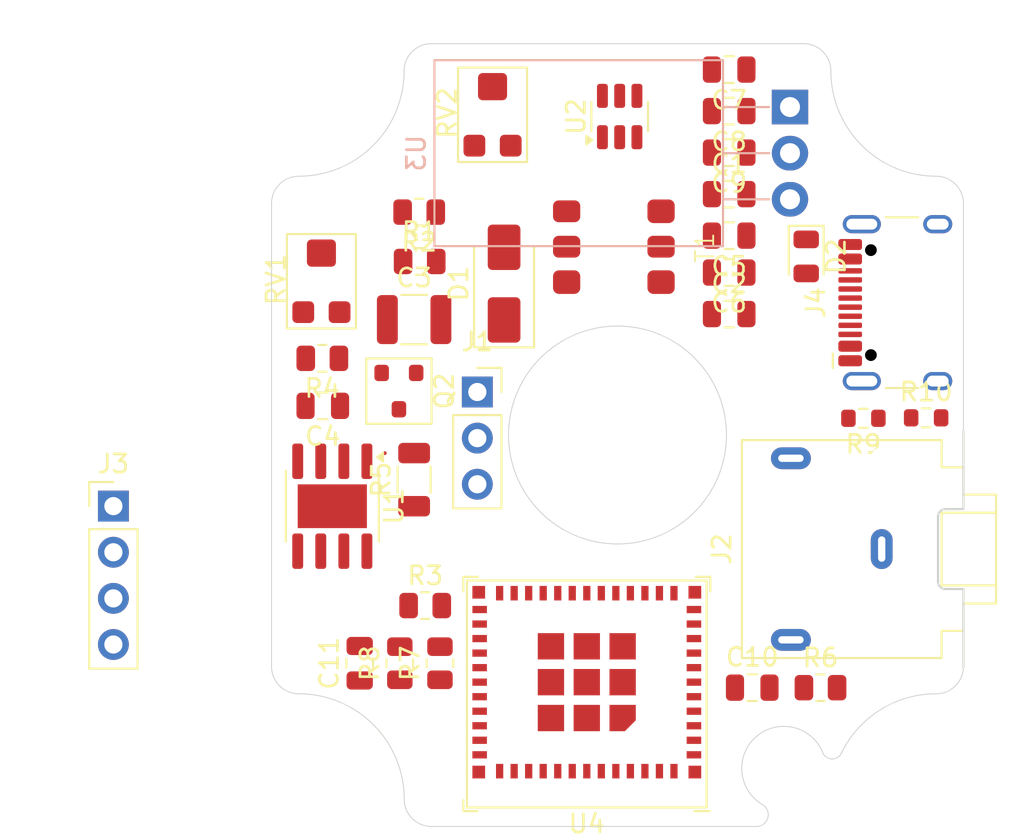
<source format=kicad_pcb>
(kicad_pcb (version 20240108) (generator "pcbnew") (generator_version "8.0")
  (layers (0 "F.Cu" signal) (31 "B.Cu" signal) (34 "B.Paste" user) (35 "F.Paste" user) (36 "B.SilkS" user "B.Silkscreen") (37 "F.SilkS" user "F.Silkscreen") (38 "B.Mask" user) (39 "F.Mask" user) (44 "Edge.Cuts" user))
  (net 0 "")
  (net 1 "GND")
  (net 2 "HV")
  (net 3 "Net-(U1A-+)")
  (net 4 "Net-(D1-A)")
  (net 5 "Net-(Q2-C)")
  (net 6 "Net-(J1-Pad3)")
  (net 7 "Net-(Q2-E)")
  (net 8 "Net-(Q2-B)")
  (net 9 "HVEN")
  (net 11 "Net-(T1-AB)")
  (net 12 "Net-(U2-FB)")
  (net 15 "Net-(U4-EN{slash}CHIP_PU)")
  (net 18 "BOOT")
  (net 22 "PWM")
  (net 26 "RX")
  (net 29 "TX")
  (net 32 "Net-(U4-GPIO8)")
  (net 37 "D+")
  (net 39 "D-")
  (net 41 "+3.3V")
  (net 42 "SIGNAL")
  (net 43 "VIN")
  (net 44 "+3V3")
  (net 45 "Net-(R2-Pad1)")
  (net 46 "Net-(R4-Pad2)")
  (net 50 "VBUS")
  (net 52 "Net-(J4-CC2)")
  (net 53 "Net-(J4-CC1)")
  (footprint "Capacitor_SMD:C_0805_2012Metric" (layer "F.Cu") (at 59.055 74.1172 90)
    (property "Reference" "C11" (at 0.000001 -1.68 90) (layer "F.SilkS"))
    (property "Value" "1u")
    (fp_line (start -0.261252 -0.735001) (end 0.261252 -0.734999) (stroke (width 0.12)) (layer "F.SilkS"))
    (fp_line (start -0.261252 0.734999) (end 0.261252 0.735001) (stroke (width 0.12)) (layer "F.SilkS"))
    (pad "1" smd roundrect (at -0.95 -0.000001 90) (size 1 1.45) (layers "F.Cu" "F.Paste" "F.Mask") (net 18 "BOOT"))
    (pad "2" smd roundrect (at 0.95 0.000001 90) (size 1 1.45) (layers "F.Cu" "F.Paste" "F.Mask") (net 1 "GND"))
  )
  (footprint "Resistor_SMD:R_0805_2012Metric" (layer "F.Cu") (at 63.4746 74.1172 90)
    (property "Reference" "R7" (at 0 -1.65 90) (layer "F.SilkS"))
    (property "Value" "10k")
    (fp_line (start -0.227064 -0.735) (end 0.227064 -0.735) (stroke (width 0.12)) (layer "F.SilkS"))
    (fp_line (start -0.227064 0.735) (end 0.227064 0.735) (stroke (width 0.12)) (layer "F.SilkS"))
    (pad "1" smd roundrect (at -0.9125 0 90) (size 1.025 1.4) (layers "F.Cu" "F.Paste" "F.Mask") (roundrect_rratio 0.243902) (net 32 "Net-(U4-GPIO8)"))
    (pad "2" smd roundrect (at 0.9125 0 90) (size 1.025 1.4) (layers "F.Cu" "F.Paste" "F.Mask") (roundrect_rratio 0.243902) (net 41 "+3.3V"))
  )
  (footprint "Resistor_SMD:R_0805_2012Metric" (layer "F.Cu") (at 61.2648 74.1172 90)
    (property "Reference" "R8" (at 0 -1.65 90) (layer "F.SilkS"))
    (property "Value" "10k")
    (fp_line (start -0.227064 -0.735) (end 0.227064 -0.735) (stroke (width 0.12)) (layer "F.SilkS"))
    (fp_line (start -0.227064 0.735) (end 0.227064 0.735) (stroke (width 0.12)) (layer "F.SilkS"))
    (pad "1" smd roundrect (at -0.9125 0 90) (size 1.025 1.4) (layers "F.Cu" "F.Paste" "F.Mask") (roundrect_rratio 0.243902) (net 18 "BOOT"))
    (pad "2" smd roundrect (at 0.9125 0 90) (size 1.025 1.4) (layers "F.Cu" "F.Paste" "F.Mask") (roundrect_rratio 0.243902) (net 41 "+3.3V"))
  )
  (footprint "Capacitor_SMD:C_0805_2012Metric" (layer "F.Cu") (at 79.4004 41.4274 180)
    (property "Reference" "C7" (at 0.000001 -1.68 360) (layer "F.SilkS"))
    (property "Value" "1u")
    (fp_line (start -0.261251 -0.734999) (end 0.261252 -0.735001) (stroke (width 0.12)) (layer "F.SilkS"))
    (fp_line (start -0.261252 0.735001) (end 0.261251 0.734999) (stroke (width 0.12)) (layer "F.SilkS"))
    (pad "1" smd roundrect (at -0.949997 0 180) (size 1 1.45) (layers "F.Cu" "F.Paste" "F.Mask") (net 44 "+3V3"))
    (pad "2" smd roundrect (at 0.949997 0 180) (size 1 1.45) (layers "F.Cu" "F.Paste" "F.Mask") (net 1 "GND"))
  )
  (footprint "Connector_Audio:Jack_3.5mm_CUI_SJ1-3523N_Horizontal" (layer "F.Cu") (at 87.8 67.83 90)
    (property "Reference" "J2" (at 0 -8.8 90) (layer "F.SilkS"))
    (property "Value" "AudioJack3")
    (fp_line (start -5.999999 -7.7) (end 6.000001 -7.699999) (stroke (width 0.12)) (layer "F.SilkS"))
    (fp_line (start 6.000001 -7.699999) (end 6 3.300001) (stroke (width 0.12)) (layer "F.SilkS"))
    (fp_line (start 4.5 3.3) (end 4.499999 4.5) (stroke (width 0.12)) (layer "F.SilkS"))
    (fp_line (start 2 3.3) (end -2.000001 3.3) (stroke (width 0.12)) (layer "F.SilkS"))
    (fp_line (start -2.000001 3.3) (end -1.999999 6.3) (stroke (width 0.12)) (layer "F.SilkS"))
    (fp_line (start -4.5 3.3) (end -5.999999 3.3) (stroke (width 0.12)) (layer "F.SilkS"))
    (fp_line (start -5.999999 3.3) (end -5.999999 -7.7) (stroke (width 0.12)) (layer "F.SilkS"))
    (fp_line (start 6 3.300001) (end 4.5 3.3) (stroke (width 0.12)) (layer "F.SilkS"))
    (fp_line (start -3 4.499999) (end -4.5 4.499999) (stroke (width 0.12)) (layer "F.SilkS"))
    (fp_line (start -4.5 4.499999) (end -4.5 3.3) (stroke (width 0.12)) (layer "F.SilkS"))
    (fp_line (start 4.499999 4.5) (end 2.999999 4.500001) (stroke (width 0.12)) (layer "F.SilkS"))
    (fp_line (start 2.999999 4.500001) (end 2.999999 6.300001) (stroke (width 0.12)) (layer "F.SilkS"))
    (fp_line (start -3 6.299999) (end -3 4.499999) (stroke (width 0.12)) (layer "F.SilkS"))
    (fp_line (start 2 6.3) (end 2 3.3) (stroke (width 0.12)) (layer "F.SilkS"))
    (fp_line (start 2.999999 6.300001) (end -3 6.299999) (stroke (width 0.12)) (layer "F.SilkS"))
    (fp_line (start 1.8 3.099999) (end -1.800001 3.1) (stroke (width 0.12)) (layer "Edge.Cuts"))
    (fp_line (start 2.2 3.5) (end 2.2 4.499999) (stroke (width 0.12)) (layer "Edge.Cuts"))
    (fp_line (start -2.2 3.5) (end -2.2 4.5) (stroke (width 0.12)) (layer "Edge.Cuts"))
    (fp_line (start 2.2 4.499999) (end 6.499999 4.5) (stroke (width 0.12)) (layer "Edge.Cuts"))
    (fp_line (start -2.2 4.5) (end -6.500001 4.5) (stroke (width 0.12)) (layer "Edge.Cuts"))
    (fp_arc (start 1.8 3.099999) (mid 2.082844 3.217156) (end 2.2 3.5) (stroke (width 0.12)) (layer "Edge.Cuts"))
    (fp_arc (start -2.2 3.5) (mid -2.082842 3.217159) (end -1.800001 3.1) (stroke (width 0.12)) (layer "Edge.Cuts"))
    (pad "" np_thru_hole circle (at -5 0 90) (size 1.2 1.2) (drill 1.2) (layers "F&B.Cu" "*.Mask"))
    (pad "" np_thru_hole circle (at -5 2.5 90) (size 1.2 1.2) (drill 1.2) (layers "F&B.Cu" "*.Mask"))
    (pad "" np_thru_hole circle (at 0 -5 90) (size 1.2 1.2) (drill 1.2) (layers "F&B.Cu" "*.Mask"))
    (pad "" np_thru_hole circle (at 5 0 90) (size 1.2 1.2) (drill 1.2) (layers "F&B.Cu" "*.Mask"))
    (pad "" np_thru_hole circle (at 5 2.5 90) (size 1.2 1.2) (drill 1.2) (layers "F&B.Cu" "*.Mask"))
    (pad "R" thru_hole oval (at -5.000001 -5 90) (size 1.2 2.2) (drill oval 0.4 1.4) (layers "*.Cu" "*.Mask") (net 42 "SIGNAL"))
    (pad "S" thru_hole oval (at 0 0 90) (size 2.2 1.2) (drill oval 1.4 0.4) (layers "*.Cu" "*.Mask") (net 1 "GND"))
    (pad "T" thru_hole oval (at 5 -5.000001 270) (size 1.2 2.2) (drill oval 0.4 1.4) (layers "*.Cu" "*.Mask") (net 41 "+3.3V"))
  )
  (footprint "Resistor_SMD:R_0805_2012Metric" (layer "F.Cu") (at 62.3316 49.276 180)
    (property "Reference" "R2" (at 0 -1.65 360) (layer "F.SilkS"))
    (property "Value" "5k")
    (fp_line (start -0.227064 0.735) (end 0.227064 0.735) (stroke (width 0.12)) (layer "F.SilkS"))
    (fp_line (start -0.227064 -0.735) (end 0.227064 -0.735) (stroke (width 0.12)) (layer "F.SilkS"))
    (pad "1" smd roundrect (at -0.9125 0 180) (size 1.025 1.4) (layers "F.Cu" "F.Paste" "F.Mask") (roundrect_rratio 0.243902) (net 45 "Net-(R2-Pad1)"))
    (pad "2" smd roundrect (at 0.9125 0 180) (size 1.025 1.4) (layers "F.Cu" "F.Paste" "F.Mask") (roundrect_rratio 0.243902) (net 1 "GND"))
  )
  (footprint "Capacitor_SMD:C_0805_2012Metric" (layer "F.Cu") (at 79.4004 54.8894)
    (property "Reference" "C2" (at 0.000001 -1.68 360) (layer "F.SilkS"))
    (property "Value" "10uF 16V")
    (fp_line (start -0.261251 0.734999) (end 0.26125 0.735) (stroke (width 0.12)) (layer "F.SilkS"))
    (fp_line (start -0.26125 -0.735) (end 0.261251 -0.734999) (stroke (width 0.12)) (layer "F.SilkS"))
    (pad "1" smd roundrect (at -0.949998 0.000001) (size 1 1.45) (layers "F.Cu" "F.Paste" "F.Mask") (net 41 "+3.3V"))
    (pad "2" smd roundrect (at 0.949998 -0.000001) (size 1 1.45) (layers "F.Cu" "F.Paste" "F.Mask") (net 1 "GND"))
  )
  (footprint "Capacitor_SMD:C_0805_2012Metric" (layer "F.Cu") (at 79.4004 52.6034 180)
    (property "Reference" "C6" (at -0.000001 -1.68 0) (layer "F.SilkS"))
    (property "Value" "1u")
    (fp_line (start -0.261251 0.735001) (end 0.261251 0.734999) (stroke (width 0.12)) (layer "F.SilkS"))
    (fp_line (start -0.261251 -0.734999) (end 0.261251 -0.735001) (stroke (width 0.12)) (layer "F.SilkS"))
    (pad "1" smd roundrect (at -0.949999 0.000001 180) (size 1 1.45) (layers "F.Cu" "F.Paste" "F.Mask") (net 43 "VIN"))
    (pad "2" smd roundrect (at 0.949999 -0.000001 180) (size 1 1.45) (layers "F.Cu" "F.Paste" "F.Mask") (net 1 "GND"))
  )
  (footprint "PCM_Potentiometer_SMD_AKL:Potentiometer_Bourns_TC33X_Vertical" (layer "F.Cu") (at 66.3702 43.8166 90)
    (property "Reference" "RV2" (at 0 -2.5 90) (layer "F.SilkS"))
    (property "Value" "10k" (hide yes))
    (fp_line (start 2.499999 -1.9) (end -2.7 -1.9) (stroke (width 0.12)) (layer "F.SilkS"))
    (fp_line (start -2.7 -1.9) (end -2.7 1.9) (stroke (width 0.12)) (layer "F.SilkS"))
    (fp_line (start 2.499999 1.9) (end 2.499999 -1.9) (stroke (width 0.12)) (layer "F.SilkS"))
    (fp_line (start -2.7 1.9) (end 2.499999 1.9) (stroke (width 0.12)) (layer "F.SilkS"))
    (pad "1" smd roundrect (at -1.800001 -1 90) (size 1.2 1.2) (layers "F.Cu" "F.Paste" "F.Mask") (roundrect_rratio 0.2083333333) (net 12 "Net-(U2-FB)"))
    (pad "2" smd roundrect (at 1.450001 0 90) (size 1.5 1.6) (layers "F.Cu" "F.Paste" "F.Mask") (roundrect_rratio 0.1666666667) (net 45 "Net-(R2-Pad1)"))
    (pad "3" smd roundrect (at -1.800001 1 90) (size 1.2 1.2) (layers "F.Cu" "F.Paste" "F.Mask") (roundrect_rratio 0.2083333333) (net 45 "Net-(R2-Pad1)"))
  )
  (footprint "Resistor_SMD:R_0805_2012Metric" (layer "F.Cu") (at 56.9976 57.3278 180)
    (property "Reference" "R4" (at 0 -1.65 360) (layer "F.SilkS"))
    (property "Value" "330")
    (fp_line (start -0.227064 0.735) (end 0.227064 0.735) (stroke (width 0.12)) (layer "F.SilkS"))
    (fp_line (start -0.227064 -0.735) (end 0.227064 -0.735) (stroke (width 0.12)) (layer "F.SilkS"))
    (pad "1" smd roundrect (at -0.9125 0 180) (size 1.025 1.4) (layers "F.Cu" "F.Paste" "F.Mask") (roundrect_rratio 0.243902) (net 7 "Net-(Q2-E)"))
    (pad "2" smd roundrect (at 0.9125 0 180) (size 1.025 1.4) (layers "F.Cu" "F.Paste" "F.Mask") (roundrect_rratio 0.243902) (net 46 "Net-(R4-Pad2)"))
  )
  (footprint "Capacitor_SMD:C_0805_2012Metric" (layer "F.Cu") (at 79.4004 45.9994 180)
    (property "Reference" "C9" (at 0.000001 -1.68 0) (layer "F.SilkS"))
    (property "Value" "22u")
    (fp_line (start -0.261251 0.734999) (end 0.261251 0.735001) (stroke (width 0.12)) (layer "F.SilkS"))
    (fp_line (start -0.261251 -0.735001) (end 0.261251 -0.734999) (stroke (width 0.12)) (layer "F.SilkS"))
    (pad "1" smd roundrect (at -0.949999 -0.000001 180) (size 1 1.45) (layers "F.Cu" "F.Paste" "F.Mask") (net 44 "+3V3"))
    (pad "2" smd roundrect (at 0.949999 0.000001 180) (size 1 1.45) (layers "F.Cu" "F.Paste" "F.Mask") (net 1 "GND"))
  )
  (footprint "Resistor_SMD:R_0805_2012Metric" (layer "F.Cu") (at 62.357 51.9938)
    (property "Reference" "R1" (at 0 -1.65 360) (layer "F.SilkS"))
    (property "Value" "1M")
    (fp_line (start -0.227064 -0.735) (end 0.227064 -0.735) (stroke (width 0.12)) (layer "F.SilkS"))
    (fp_line (start -0.227064 0.735) (end 0.227064 0.735) (stroke (width 0.12)) (layer "F.SilkS"))
    (pad "1" smd roundrect (at -0.9125 0) (size 1.025 1.4) (layers "F.Cu" "F.Paste" "F.Mask") (roundrect_rratio 0.243902) (net 12 "Net-(U2-FB)"))
    (pad "2" smd roundrect (at 0.9125 0) (size 1.025 1.4) (layers "F.Cu" "F.Paste" "F.Mask") (roundrect_rratio 0.243902) (net 2 "HV"))
  )
  (footprint "Capacitor_SMD:C_0805_2012Metric" (layer "F.Cu") (at 79.4004 43.7134 180)
    (property "Reference" "C8" (at 0.000001 -1.68 360) (layer "F.SilkS"))
    (property "Value" "10u")
    (fp_line (start -0.261251 0.734999) (end 0.261251 0.735001) (stroke (width 0.12)) (layer "F.SilkS"))
    (fp_line (start -0.261251 -0.735001) (end 0.261251 -0.734999) (stroke (width 0.12)) (layer "F.SilkS"))
    (pad "1" smd roundrect (at -0.949999 -0.000001 180) (size 1 1.45) (layers "F.Cu" "F.Paste" "F.Mask") (net 44 "+3V3"))
    (pad "2" smd roundrect (at 0.949999 0.000001 180) (size 1 1.45) (layers "F.Cu" "F.Paste" "F.Mask") (net 1 "GND"))
  )
  (footprint "Connector_USB:USB_C_Receptacle_HCTL_HC-TYPE-C-16P-01A" (layer "F.Cu") (at 89.81 54.26 90)
    (property "Reference" "J4" (at 0 -5.645 90) (layer "F.SilkS"))
    (property "Value" "USB_C_Receptacle_USB2.0_16P")
    (fp_line (start -2.8 -4.699999) (end -3.600001 -4.7) (stroke (width 0.12)) (layer "F.SilkS"))
    (fp_line (start 4.699999 -1.779999) (end 4.7 0) (stroke (width 0.12)) (layer "F.SilkS"))
    (fp_line (start -4.699999 -1.779999) (end -4.7 0) (stroke (width 0.12)) (layer "F.SilkS"))
    (pad "" np_thru_hole circle (at -2.89 -2.605001 90) (size 0.65 0.65) (drill 0.65) (layers "*.Mask"))
    (pad "" np_thru_hole circle (at 2.889999 -2.605001 90) (size 0.65 0.65) (drill 0.65) (layers "*.Mask"))
    (pad "A1" smd roundrect (at -3.2 -3.745 90) (size 0.6 1.3) (layers "F.Cu" "F.Paste" "F.Mask") (net 1 "GND"))
    (pad "A4" smd roundrect (at -2.4 -3.745 90) (size 0.6 1.3) (layers "F.Cu" "F.Paste" "F.Mask") (net 50 "VBUS"))
    (pad "A5" smd roundrect (at -1.25 -3.745001 90) (size 0.3 1.3) (layers "F.Cu" "F.Paste" "F.Mask") (net 53 "Net-(J4-CC1)"))
    (pad "A6" smd roundrect (at -0.249999 -3.745 90) (size 0.3 1.3) (layers "F.Cu" "F.Paste" "F.Mask") (net 37 "D+"))
    (pad "A7" smd roundrect (at 0.249999 -3.745001 90) (size 0.3 1.3) (layers "F.Cu" "F.Paste" "F.Mask") (net 39 "D-"))
    (pad "A8" smd roundrect (at 1.25 -3.745 90) (size 0.3 1.3) (layers "F.Cu" "F.Paste" "F.Mask"))
    (pad "A9" smd roundrect (at 2.4 -3.745 90) (size 0.6 1.3) (layers "F.Cu" "F.Paste" "F.Mask") (net 50 "VBUS"))
    (pad "A12" smd roundrect (at 3.2 -3.745 90) (size 0.6 1.3) (layers "F.Cu" "F.Paste" "F.Mask") (net 1 "GND"))
    (pad "B1" smd roundrect (at 3.2 -3.745 90) (size 0.6 1.3) (layers "F.Cu" "F.Paste" "F.Mask") (net 1 "GND"))
    (pad "B4" smd roundrect (at 2.4 -3.745 90) (size 0.6 1.3) (layers "F.Cu" "F.Paste" "F.Mask") (net 50 "VBUS"))
    (pad "B5" smd roundrect (at 1.75 -3.745 90) (size 0.3 1.3) (layers "F.Cu" "F.Paste" "F.Mask") (net 52 "Net-(J4-CC2)"))
    (pad "B6" smd roundrect (at 0.75 -3.745 90) (size 0.3 1.3) (layers "F.Cu" "F.Paste" "F.Mask") (net 37 "D+"))
    (pad "B7" smd roundrect (at -0.749999 -3.745001 90) (size 0.3 1.3) (layers "F.Cu" "F.Paste" "F.Mask") (net 39 "D-"))
    (pad "B8" smd roundrect (at -1.75 -3.745 90) (size 0.3 1.3) (layers "F.Cu" "F.Paste" "F.Mask"))
    (pad "B9" smd roundrect (at -2.4 -3.745 90) (size 0.6 1.3) (layers "F.Cu" "F.Paste" "F.Mask") (net 50 "VBUS"))
    (pad "B12" smd roundrect (at -3.2 -3.745 90) (size 0.6 1.3) (layers "F.Cu" "F.Paste" "F.Mask") (net 1 "GND"))
    (pad "S1" thru_hole oval (at -4.319999 -3.105 90) (size 1 2.1) (drill oval 0.6 1.7) (layers "*.Cu" "*.Mask") (net 1 "GND"))
    (pad "S1" thru_hole oval (at -4.319999 1.075001 90) (size 1 1.6) (drill oval 0.6 1.2) (layers "*.Cu" "*.Mask") (net 1 "GND"))
    (pad "S1" thru_hole oval (at 4.319999 -3.104999 90) (size 1 2.1) (drill oval 0.6 1.7) (layers "*.Cu" "*.Mask") (net 1 "GND"))
    (pad "S1" thru_hole oval (at 4.319999 1.074999 90) (size 1 1.6) (drill oval 0.6 1.2) (layers "*.Cu" "*.Mask") (net 1 "GND"))
  )
  (footprint "Resistor_SMD:R_0603_1608Metric" (layer "F.Cu") (at 86.7918 60.6298 180)
    (property "Reference" "R9" (at 0 -1.43 0) (layer "F.SilkS"))
    (property "Value" "5.1K")
    (fp_line (start -0.237258 0.5225) (end 0.237258 0.5225) (stroke (width 0.12)) (layer "F.SilkS"))
    (fp_line (start -0.237258 -0.5225) (end 0.237258 -0.5225) (stroke (width 0.12)) (layer "F.SilkS"))
    (pad "1" smd roundrect (at -0.824999 -0.000001 180) (size 0.8 0.95) (layers "F.Cu" "F.Paste" "F.Mask") (net 52 "Net-(J4-CC2)"))
    (pad "2" smd roundrect (at 0.824999 0.000001 180) (size 0.8 0.95) (layers "F.Cu" "F.Paste" "F.Mask") (net 1 "GND"))
  )
  (footprint "PCM_Espressif:ESP32-C6-MINI-1U" (layer "F.Cu") (at 71.559999 77.859999 180)
    (property "Reference" "U4" (at 0 -5.100001 0) (layer "F.SilkS"))
    (property "Value" "ESP32-C6-MINI-1/U")
    (fp_line (start 6.799999 -4.399999) (end 6.8 -3.8) (stroke (width 0.12)) (layer "F.SilkS"))
    (fp_line (start 6.799998 8.5) (end 6 8.499999) (stroke (width 0.12)) (layer "F.SilkS"))
    (fp_line (start 6.799998 7.7) (end 6.799998 8.5) (stroke (width 0.12)) (layer "F.SilkS"))
    (fp_line (start 6.6 8.299999) (end -6.599998 8.3) (stroke (width 0.12)) (layer "F.SilkS"))
    (fp_line (start 6.599998 -4.199999) (end 6.6 8.299999) (stroke (width 0.12)) (layer "F.SilkS"))
    (fp_line (start 6.025 -4.400001) (end 6.774999 -4.4) (stroke (width 0.12)) (layer "F.SilkS"))
    (fp_line (start -5.924998 -4.399998) (end -6.774999 -4.4) (stroke (width 0.12)) (layer "F.SilkS"))
    (fp_line (start -6.599998 8.3) (end -6.599999 -4.199998) (stroke (width 0.12)) (layer "F.SilkS"))
    (fp_line (start -6.599999 -4.199998) (end 6.599998 -4.199999) (stroke (width 0.12)) (layer "F.SilkS"))
    (fp_line (start -6.799999 7.700001) (end -6.8 8.499999) (stroke (width 0.12)) (layer "F.SilkS"))
    (fp_line (start -6.8 8.499999) (end -6.000001 8.500001) (stroke (width 0.12)) (layer "F.SilkS"))
    (pad "1" smd rect (at -5.9 -1.3 270) (size 0.4 0.8) (layers "F.Cu" "F.Paste" "F.Mask") (net 1 "GND"))
    (pad "2" smd rect (at -5.9 -0.5 270) (size 0.4 0.8) (layers "F.Cu" "F.Paste" "F.Mask") (net 1 "GND"))
    (pad "3" smd rect (at -5.9 0.3 270) (size 0.4 0.8) (layers "F.Cu" "F.Paste" "F.Mask") (net 41 "+3.3V"))
    (pad "4" smd rect (at -5.9 1.1 270) (size 0.4 0.8) (layers "F.Cu" "F.Paste" "F.Mask"))
    (pad "5" smd rect (at -5.900001 1.899999 270) (size 0.4 0.8) (layers "F.Cu" "F.Paste" "F.Mask"))
    (pad "6" smd rect (at -5.899999 2.700001 270) (size 0.4 0.8) (layers "F.Cu" "F.Paste" "F.Mask"))
    (pad "7" smd rect (at -5.9 3.5 270) (size 0.4 0.8) (layers "F.Cu" "F.Paste" "F.Mask"))
    (pad "8" smd rect (at -5.899999 4.3 270) (size 0.4 0.8) (layers "F.Cu" "F.Paste" "F.Mask") (net 15 "Net-(U4-EN{slash}CHIP_PU)"))
    (pad "9" smd rect (at -5.9 5.1 270) (size 0.4 0.8) (layers "F.Cu" "F.Paste" "F.Mask"))
    (pad "10" smd rect (at -5.9 5.9 270) (size 0.4 0.8) (layers "F.Cu" "F.Paste" "F.Mask"))
    (pad "11" smd rect (at -5.9 6.7 270) (size 0.4 0.8) (layers "F.Cu" "F.Paste" "F.Mask") (net 1 "GND"))
    (pad "12" smd rect (at -4.8 7.6 180) (size 0.4 0.8) (layers "F.Cu" "F.Paste" "F.Mask") (net 42 "SIGNAL"))
    (pad "13" smd rect (at -4 7.599999 180) (size 0.4 0.8) (layers "F.Cu" "F.Paste" "F.Mask"))
    (pad "14" smd rect (at -3.199999 7.6 180) (size 0.4 0.8) (layers "F.Cu" "F.Paste" "F.Mask") (net 1 "GND"))
    (pad "15" smd rect (at -2.4 7.6 180) (size 0.4 0.8) (layers "F.Cu" "F.Paste" "F.Mask"))
    (pad "16" smd rect (at -1.6 7.6 180) (size 0.4 0.8) (layers "F.Cu" "F.Paste" "F.Mask"))
    (pad "17" smd rect (at -0.8 7.6 180) (size 0.4 0.8) (layers "F.Cu" "F.Paste" "F.Mask") (net 39 "D-"))
    (pad "18" smd rect (at 0 7.6 180) (size 0.4 0.8) (layers "F.Cu" "F.Paste" "F.Mask") (net 37 "D+"))
    (pad "19" smd rect (at 0.8 7.6 180) (size 0.4 0.8) (layers "F.Cu" "F.Paste" "F.Mask"))
    (pad "20" smd rect (at 1.6 7.6 180) (size 0.4 0.8) (layers "F.Cu" "F.Paste" "F.Mask"))
    (pad "21" smd rect (at 2.4 7.6 180) (size 0.4 0.8) (layers "F.Cu" "F.Paste" "F.Mask"))
    (pad "22" smd rect (at 3.199999 7.6 180) (size 0.4 0.8) (layers "F.Cu" "F.Paste" "F.Mask") (net 32 "Net-(U4-GPIO8)"))
    (pad "23" smd rect (at 4 7.600002 180) (size 0.4 0.8) (layers "F.Cu" "F.Paste" "F.Mask") (net 18 "BOOT"))
    (pad "24" smd rect (at 4.8 7.6 180) (size 0.4 0.8) (layers "F.Cu" "F.Paste" "F.Mask"))
    (pad "25" smd rect (at 5.9 6.7 270) (size 0.4 0.8) (layers "F.Cu" "F.Paste" "F.Mask"))
    (pad "26" smd rect (at 5.9 5.9 270) (size 0.4 0.8) (layers "F.Cu" "F.Paste" "F.Mask"))
    (pad "27" smd rect (at 5.9 5.1 270) (size 0.4 0.8) (layers "F.Cu" "F.Paste" "F.Mask"))
    (pad "28" smd rect (at 5.9 4.3 270) (size 0.4 0.8) (layers "F.Cu" "F.Paste" "F.Mask") (net 22 "PWM"))
    (pad "29" smd rect (at 5.899999 3.499999 270) (size 0.4 0.8) (layers "F.Cu" "F.Paste" "F.Mask") (net 9 "HVEN"))
    (pad "30" smd rect (at 5.900001 2.700001 270) (size 0.4 0.8) (layers "F.Cu" "F.Paste" "F.Mask") (net 26 "RX"))
    (pad "31" smd rect (at 5.900001 1.9 270) (size 0.4 0.8) (layers "F.Cu" "F.Paste" "F.Mask") (net 29 "TX"))
    (pad "32" smd rect (at 5.900002 1.1 270) (size 0.4 0.8) (layers "F.Cu" "F.Paste" "F.Mask"))
    (pad "33" smd rect (at 5.9 0.3 270) (size 0.4 0.8) (layers "F.Cu" "F.Paste" "F.Mask"))
    (pad "34" smd rect (at 5.9 -0.5 270) (size 0.4 0.8) (layers "F.Cu" "F.Paste" "F.Mask"))
    (pad "35" smd rect (at 5.9 -1.3 270) (size 0.4 0.8) (layers "F.Cu" "F.Paste" "F.Mask"))
    (pad "36" smd rect (at 4.8 -2.199998 180) (size 0.4 0.8) (layers "F.Cu" "F.Paste" "F.Mask") (net 1 "GND"))
    (pad "37" smd rect (at 4 -2.2 180) (size 0.4 0.8) (layers "F.Cu" "F.Paste" "F.Mask") (net 1 "GND"))
    (pad "38" smd rect (at 3.2 -2.2 180) (size 0.4 0.8) (layers "F.Cu" "F.Paste" "F.Mask") (net 1 "GND"))
    (pad "39" smd rect (at 2.4 -2.2 180) (size 0.4 0.8) (layers "F.Cu" "F.Paste" "F.Mask") (net 1 "GND"))
    (pad "40" smd rect (at 1.599999 -2.199999 180) (size 0.4 0.8) (layers "F.Cu" "F.Paste" "F.Mask") (net 1 "GND"))
    (pad "41" smd rect (at 0.8 -2.200001 180) (size 0.4 0.8) (layers "F.Cu" "F.Paste" "F.Mask") (net 1 "GND"))
    (pad "42" smd rect (at 0 -2.2 180) (size 0.4 0.8) (layers "F.Cu" "F.Paste" "F.Mask") (net 1 "GND"))
    (pad "43" smd rect (at -0.800002 -2.2 180) (size 0.4 0.8) (layers "F.Cu" "F.Paste" "F.Mask") (net 1 "GND"))
    (pad "44" smd rect (at -1.6 -2.200001 180) (size 0.4 0.8) (layers "F.Cu" "F.Paste" "F.Mask") (net 1 "GND"))
    (pad "45" smd rect (at -2.4 -2.2 180) (size 0.4 0.8) (layers "F.Cu" "F.Paste" "F.Mask") (net 1 "GND"))
    (pad "46" smd rect (at -3.2 -2.2 180) (size 0.4 0.8) (layers "F.Cu" "F.Paste" "F.Mask") (net 1 "GND"))
    (pad "47" smd rect (at -4 -2.199998 180) (size 0.4 0.8) (layers "F.Cu" "F.Paste" "F.Mask") (net 1 "GND"))
    (pad "48" smd rect (at -4.8 -2.199999 180) (size 0.4 0.8) (layers "F.Cu" "F.Paste" "F.Mask") (net 1 "GND"))
    (pad "49" smd custom (at -1.975 0.724999 180) (size 0.8 0.8) (layers "F.Cu" "F.Paste" "F.Mask") (net 1 "GND") (options (clearance outline) (anchor rect)) (primitives (gr_poly (pts (xy 0.725 0.725) (xy -0.725 0.725) (xy -0.725 -0.125) (xy -0.125 -0.725) (xy 0.725 -0.725)) (width 0) (fill yes))))
    (pad "49" smd rect (at -1.975 2.7 270) (size 1.45 1.45) (layers "F.Cu" "F.Paste" "F.Mask") (net 1 "GND"))
    (pad "49" smd rect (at -1.975 4.674999 270) (size 1.45 1.45) (layers "F.Cu" "F.Paste" "F.Mask") (net 1 "GND"))
    (pad "49" smd rect (at -0.000001 0.725 270) (size 1.45 1.45) (layers "F.Cu" "F.Paste" "F.Mask") (net 1 "GND"))
    (pad "49" smd rect (at -0.000001 2.700002 270) (size 1.45 1.45) (layers "F.Cu" "F.Paste" "F.Mask") (net 1 "GND"))
    (pad "49" smd rect (at 0 4.675 270) (size 1.45 1.45) (layers "F.Cu" "F.Paste" "F.Mask") (net 1 "GND"))
    (pad "49" smd rect (at 1.974999 2.700001 270) (size 1.45 1.45) (layers "F.Cu" "F.Paste" "F.Mask") (net 1 "GND"))
    (pad "49" smd rect (at 1.975 0.724999 270) (size 1.45 1.45) (layers "F.Cu" "F.Paste" "F.Mask") (net 1 "GND"))
    (pad "49" smd rect (at 1.975001 4.674999 270) (size 1.45 1.45) (layers "F.Cu" "F.Paste" "F.Mask") (net 1 "GND"))
    (pad "50" smd rect (at 5.949998 -2.249999 270) (size 0.7 0.7) (layers "F.Cu" "F.Paste" "F.Mask") (net 1 "GND"))
    (pad "51" smd rect (at 5.949999 7.650001 270) (size 0.7 0.7) (layers "F.Cu" "F.Paste" "F.Mask") (net 1 "GND"))
    (pad "52" smd rect (at -5.949999 7.650001 270) (size 0.7 0.7) (layers "F.Cu" "F.Paste" "F.Mask") (net 1 "GND"))
    (pad "53" smd rect (at -5.950001 -2.249999 270) (size 0.7 0.7) (layers "F.Cu" "F.Paste" "F.Mask") (net 1 "GND"))
  )
  (footprint "Capacitor_SMD:C_0805_2012Metric" (layer "F.Cu") (at 79.4004 48.2854)
    (property "Reference" "C1" (at 0 -1.68 0) (layer "F.SilkS"))
    (property "Value" "1uF 16V")
    (fp_line (start -0.261251 -0.734999) (end 0.261251 -0.734999) (stroke (width 0.12)) (layer "F.SilkS"))
    (fp_line (start -0.261251 0.734999) (end 0.261251 0.734999) (stroke (width 0.12)) (layer "F.SilkS"))
    (pad "1" smd roundrect (at -0.949998 0.000001) (size 1 1.45) (layers "F.Cu" "F.Paste" "F.Mask") (net 1 "GND"))
    (pad "2" smd roundrect (at 0.949998 -0.000001) (size 1 1.45) (layers "F.Cu" "F.Paste" "F.Mask") (net 41 "+3.3V"))
  )
  (footprint "Resistor_SMD:R_1206_3216Metric" (layer "F.Cu") (at 62.0522 64.008 90)
    (property "Reference" "R5" (at 0 -1.820001 90) (layer "F.SilkS"))
    (property "Value" "220k")
    (fp_line (start -0.727064 -0.91) (end 0.727064 -0.91) (stroke (width 0.12)) (layer "F.SilkS"))
    (fp_line (start -0.727064 0.91) (end 0.727064 0.91) (stroke (width 0.12)) (layer "F.SilkS"))
    (pad "1" smd roundrect (at -1.4625 0 90) (size 1.125 1.75) (layers "F.Cu" "F.Paste" "F.Mask") (roundrect_rratio 0.222222) (net 6 "Net-(J1-Pad3)"))
    (pad "2" smd roundrect (at 1.4625 0 90) (size 1.125 1.75) (layers "F.Cu" "F.Paste" "F.Mask") (roundrect_rratio 0.222222) (net 1 "GND"))
  )
  (footprint "Connector_PinHeader_2.54mm:PinHeader_1x04_P2.54mm_Vertical" (layer "F.Cu") (at 45.4914 65.4658)
    (property "Reference" "J3" (at 0.000002 -2.33 360) (layer "F.SilkS"))
    (property "Value" "PINHD_1x4_Male")
    (fp_line (start -1.330001 1.27) (end -1.329999 8.95) (stroke (width 0.12)) (layer "F.SilkS"))
    (fp_line (start -1.330001 1.27) (end 1.330001 1.27) (stroke (width 0.12)) (layer "F.SilkS"))
    (fp_line (start -1.33 -1.33) (end 0 -1.33) (stroke (width 0.12)) (layer "F.SilkS"))
    (fp_line (start -1.33 0) (end -1.33 -1.33) (stroke (width 0.12)) (layer "F.SilkS"))
    (fp_line (start -1.329999 8.95) (end 1.329999 8.95) (stroke (width 0.12)) (layer "F.SilkS"))
    (fp_line (start 1.330001 1.27) (end 1.329999 8.95) (stroke (width 0.12)) (layer "F.SilkS"))
    (pad "1" thru_hole rect (at 0 0) (size 1.7 1.7) (drill 1) (layers "*.Cu" "*.Mask") (net 41 "+3.3V"))
    (pad "2" thru_hole oval (at 0 2.54) (size 1.7 1.7) (drill 1) (layers "*.Cu" "*.Mask") (net 29 "TX"))
    (pad "3" thru_hole oval (at 0.000001 5.080003) (size 1.7 1.7) (drill 1) (layers "*.Cu" "*.Mask") (net 26 "RX"))
    (pad "4" thru_hole oval (at 0 7.62) (size 1.7 1.7) (drill 1) (layers "*.Cu" "*.Mask") (net 1 "GND"))
  )
  (footprint "PCM_Potentiometer_SMD_AKL:Potentiometer_Bourns_TC33X_Vertical" (layer "F.Cu") (at 56.9468 52.9844 90)
    (property "Reference" "RV1" (at 0 -2.5 90) (layer "F.SilkS"))
    (property "Value" "2k" (hide yes))
    (fp_line (start 2.499999 -1.9) (end -2.7 -1.9) (stroke (width 0.12)) (layer "F.SilkS"))
    (fp_line (start -2.7 -1.9) (end -2.7 1.9) (stroke (width 0.12)) (layer "F.SilkS"))
    (fp_line (start 2.499999 1.9) (end 2.499999 -1.9) (stroke (width 0.12)) (layer "F.SilkS"))
    (fp_line (start -2.7 1.9) (end 2.499999 1.9) (stroke (width 0.12)) (layer "F.SilkS"))
    (pad "1" smd roundrect (at -1.800001 -1 90) (size 1.2 1.2) (layers "F.Cu" "F.Paste" "F.Mask") (roundrect_rratio 0.2083333333) (net 46 "Net-(R4-Pad2)"))
    (pad "2" smd roundrect (at 1.450001 0 90) (size 1.5 1.6) (layers "F.Cu" "F.Paste" "F.Mask") (roundrect_rratio 0.1666666667) (net 1 "GND"))
    (pad "3" smd roundrect (at -1.800001 1 90) (size 1.2 1.2) (layers "F.Cu" "F.Paste" "F.Mask") (roundrect_rratio 0.2083333333) (net 1 "GND"))
  )
  (footprint "Capacitor_SMD:C_0805_2012Metric" (layer "F.Cu") (at 80.6704 75.4634)
    (property "Reference" "C10" (at 0 -1.68 0) (layer "F.SilkS"))
    (property "Value" "1u")
    (fp_line (start -0.261252 -0.735) (end 0.261252 -0.735) (stroke (width 0.12)) (layer "F.SilkS"))
    (fp_line (start -0.261252 0.735) (end 0.261252 0.735) (stroke (width 0.12)) (layer "F.SilkS"))
    (pad "1" smd roundrect (at -0.95 0) (size 1 1.45) (layers "F.Cu" "F.Paste" "F.Mask") (net 15 "Net-(U4-EN{slash}CHIP_PU)"))
    (pad "2" smd roundrect (at 0.95 0) (size 1 1.45) (layers "F.Cu" "F.Paste" "F.Mask") (net 1 "GND"))
  )
  (footprint "Package_TO_SOT_SMD:SOT-23-6" (layer "F.Cu") (at 73.370401 44.0127 90)
    (property "Reference" "U2" (at 0 -2.4 90) (layer "F.SilkS"))
    (property "Value" "STI3508")
    (fp_line (start 0.000001 -1.559999) (end 0.799999 -1.56) (stroke (width 0.12)) (layer "F.SilkS"))
    (fp_line (start 0.000001 -1.559999) (end -0.800001 -1.56) (stroke (width 0.12)) (layer "F.SilkS"))
    (fp_line (start -0.000001 1.559999) (end 0.800001 1.56) (stroke (width 0.12)) (layer "F.SilkS"))
    (fp_line (start -0.000001 1.559999) (end -0.799999 1.56) (stroke (width 0.12)) (layer "F.SilkS"))
    (fp_poly (pts (xy -1.3 -1.510001) (xy -1.54 -1.84) (xy -1.06 -1.84) (xy -1.3 -1.510001)) (stroke (width 0.12)) (fill solid) (layer "F.SilkS"))
    (pad "1" smd roundrect (at -1.1375 -0.949999 90) (size 1.325 0.6) (layers "F.Cu" "F.Paste" "F.Mask") (net 11 "Net-(T1-AB)"))
    (pad "2" smd roundrect (at -1.1375 0 90) (size 1.325 0.6) (layers "F.Cu" "F.Paste" "F.Mask") (net 1 "GND"))
    (pad "3" smd roundrect (at -1.137501 0.95 90) (size 1.325 0.6) (layers "F.Cu" "F.Paste" "F.Mask") (net 12 "Net-(U2-FB)"))
    (pad "4" smd roundrect (at 1.1375 0.949999 90) (size 1.325 0.6) (layers "F.Cu" "F.Paste" "F.Mask") (net 9 "HVEN"))
    (pad "5" smd roundrect (at 1.1375 0 90) (size 1.325 0.6) (layers "F.Cu" "F.Paste" "F.Mask") (net 41 "+3.3V"))
    (pad "6" smd roundrect (at 1.137501 -0.95 90) (size 1.325 0.6) (layers "F.Cu" "F.Paste" "F.Mask"))
  )
  (footprint "Package_SO:SOIC-8-1EP_3.9x4.9mm_P1.27mm_EP2.41x3.81mm" (layer "F.Cu") (at 57.546201 65.4716 -90)
    (property "Reference" "U1" (at 0 -3.4 90) (layer "F.SilkS"))
    (property "Value" "LM358")
    (fp_line (start 0 2.560001) (end 1.950001 2.560001) (stroke (width 0.12)) (layer "F.SilkS"))
    (fp_line (start 0 2.560001) (end -1.95 2.56) (stroke (width 0.12)) (layer "F.SilkS"))
    (fp_line (start 0 -2.560001) (end 1.95 -2.56) (stroke (width 0.12)) (layer "F.SilkS"))
    (fp_line (start 0 -2.560001) (end -1.950001 -2.560001) (stroke (width 0.12)) (layer "F.SilkS"))
    (fp_poly (pts (xy -2.7 -2.465) (xy -2.940001 -2.794998) (xy -2.459999 -2.795) (xy -2.7 -2.465)) (stroke (width 0.12)) (fill solid) (layer "F.SilkS"))
    (pad "1" smd roundrect (at -2.475 -1.905 270) (size 1.95 0.6) (layers "F.Cu" "F.Paste" "F.Mask") (net 8 "Net-(Q2-B)"))
    (pad "2" smd roundrect (at -2.475 -0.635 270) (size 1.95 0.6) (layers "F.Cu" "F.Paste" "F.Mask") (net 7 "Net-(Q2-E)"))
    (pad "3" smd roundrect (at -2.475001 0.634999 270) (size 1.95 0.6) (layers "F.Cu" "F.Paste" "F.Mask") (net 3 "Net-(U1A-+)"))
    (pad "4" smd roundrect (at -2.475 1.905 270) (size 1.95 0.6) (layers "F.Cu" "F.Paste" "F.Mask") (net 1 "GND"))
    (pad "5" smd roundrect (at 2.475 1.905 270) (size 1.95 0.6) (layers "F.Cu" "F.Paste" "F.Mask"))
    (pad "6" smd roundrect (at 2.475 0.635 270) (size 1.95 0.6) (layers "F.Cu" "F.Paste" "F.Mask"))
    (pad "7" smd roundrect (at 2.475001 -0.634999 270) (size 1.95 0.6) (layers "F.Cu" "F.Paste" "F.Mask"))
    (pad "8" smd roundrect (at 2.475 -1.905 270) (size 1.95 0.6) (layers "F.Cu" "F.Paste" "F.Mask") (net 41 "+3.3V"))
    (pad "9" smd rect (at 0 0 270) (size 2.41 3.81) (property pad_prop_heatsink) (layers "F.Cu" "F.Mask"))
  )
  (footprint "PCM_Package_TO_SOT_SMD_AKL:SOT-23" (layer "F.Cu") (at 61.214 59.1312 -90)
    (property "Reference" "Q2" (at 0 -2.5 90) (layer "F.SilkS"))
    (property "Value" "MMBTA42" (hide yes))
    (fp_line (start -1.8 1.8) (end 1.8 1.8) (stroke (width 0.12)) (layer "F.SilkS"))
    (fp_line (start 1.8 1.8) (end 1.8 -1.8) (stroke (width 0.12)) (layer "F.SilkS"))
    (fp_line (start -1.8 -1.8) (end -1.8 1.8) (stroke (width 0.12)) (layer "F.SilkS"))
    (fp_line (start 1.8 -1.8) (end -1.8 -1.8) (stroke (width 0.12)) (layer "F.SilkS"))
    (pad "1" smd roundrect (at -0.999999 -0.95 270) (size 0.9 0.8) (layers "F.Cu" "F.Paste" "F.Mask") (net 8 "Net-(Q2-B)"))
    (pad "2" smd roundrect (at -1.000001 0.95 270) (size 0.9 0.8) (layers "F.Cu" "F.Paste" "F.Mask") (net 7 "Net-(Q2-E)"))
    (pad "3" smd roundrect (at 1.000001 0 270) (size 0.9 0.8) (layers "F.Cu" "F.Paste" "F.Mask") (net 5 "Net-(Q2-C)"))
  )
  (footprint "Diode_SMD:D_0805_2012Metric" (layer "F.Cu") (at 83.6422 51.7144 -90)
    (property "Reference" "D2" (at 0 -1.65 90) (layer "F.SilkS"))
    (property "Value" "D_Schottky")
    (fp_line (start -1.684999 0.96) (end 0.999999 0.96) (stroke (width 0.12)) (layer "F.SilkS"))
    (fp_line (start -1.685 -0.96) (end -1.684999 0.96) (stroke (width 0.12)) (layer "F.SilkS"))
    (fp_line (start 1 -0.960001) (end -1.685 -0.96) (stroke (width 0.12)) (layer "F.SilkS"))
    (pad "1" smd roundrect (at -0.9375 -0.000001 270) (size 0.975 1.4) (layers "F.Cu" "F.Paste" "F.Mask") (net 43 "VIN"))
    (pad "2" smd roundrect (at 0.9375 0.000001 270) (size 0.975 1.4) (layers "F.Cu" "F.Paste" "F.Mask") (net 50 "VBUS"))
  )
  (footprint "Diode_SMD:D_SMA" (layer "F.Cu") (at 67.0052 53.213 90)
    (property "Reference" "D1" (at 0 -2.5 90) (layer "F.SilkS"))
    (property "Value" "US1G")
    (fp_line (start -3.51 -1.65) (end 2 -1.650001) (stroke (width 0.12)) (layer "F.SilkS"))
    (fp_line (start -3.51 -1.65) (end -3.510001 1.650001) (stroke (width 0.12)) (layer "F.SilkS"))
    (fp_line (start -3.510001 1.650001) (end 2.000001 1.650001) (stroke (width 0.12)) (layer "F.SilkS"))
    (pad "1" smd roundrect (at -2.000003 0.000001 90) (size 2.5 1.8) (layers "F.Cu" "F.Paste" "F.Mask") (roundrect_rratio 0.1388888889) (net 2 "HV"))
    (pad "2" smd roundrect (at 2.000003 -0.000001 90) (size 2.5 1.8) (layers "F.Cu" "F.Paste" "F.Mask") (roundrect_rratio 0.1388888889) (net 4 "Net-(D1-A)"))
  )
  (footprint "Capacitor_SMD:C_0805_2012Metric" (layer "F.Cu") (at 79.4004 50.5714 180)
    (property "Reference" "C5" (at -0.000001 -1.68 0) (layer "F.SilkS"))
    (property "Value" "10u")
    (fp_line (start -0.261251 0.735001) (end 0.261251 0.734999) (stroke (width 0.12)) (layer "F.SilkS"))
    (fp_line (start -0.261251 -0.734999) (end 0.261251 -0.735001) (stroke (width 0.12)) (layer "F.SilkS"))
    (pad "1" smd roundrect (at -0.949999 0.000001 180) (size 1 1.45) (layers "F.Cu" "F.Paste" "F.Mask") (net 43 "VIN"))
    (pad "2" smd roundrect (at 0.949999 -0.000001 180) (size 1 1.45) (layers "F.Cu" "F.Paste" "F.Mask") (net 1 "GND"))
  )
  (footprint "Capacitor_SMD:C_1210_3225Metric" (layer "F.Cu") (at 62.0522 55.1942)
    (property "Reference" "C3" (at 0 -2.3 360) (layer "F.SilkS"))
    (property "Value" "220nF 200V")
    (fp_line (start -0.711252 -1.36) (end 0.711252 -1.36) (stroke (width 0.12)) (layer "F.SilkS"))
    (fp_line (start -0.711252 1.36) (end 0.711252 1.36) (stroke (width 0.12)) (layer "F.SilkS"))
    (pad "1" smd roundrect (at -1.475 0) (size 1.15 2.7) (layers "F.Cu" "F.Paste" "F.Mask") (roundrect_rratio 0.217391) (net 1 "GND"))
    (pad "2" smd roundrect (at 1.475 0) (size 1.15 2.7) (layers "F.Cu" "F.Paste" "F.Mask") (roundrect_rratio 0.217391) (net 2 "HV"))
  )
  (footprint "Capacitor_SMD:C_0805_2012Metric" (layer "F.Cu") (at 57.023 59.944 180)
    (property "Reference" "C4" (at -0.000001 -1.68 0) (layer "F.SilkS"))
    (property "Value" "100nF")
    (fp_line (start -0.261251 0.734999) (end 0.261251 0.734999) (stroke (width 0.12)) (layer "F.SilkS"))
    (fp_line (start -0.261251 -0.734999) (end 0.261251 -0.734999) (stroke (width 0.12)) (layer "F.SilkS"))
    (pad "1" smd roundrect (at -0.949999 0.000001 180) (size 1 1.45) (layers "F.Cu" "F.Paste" "F.Mask") (net 3 "Net-(U1A-+)"))
    (pad "2" smd roundrect (at 0.949999 -0.000001 180) (size 1 1.45) (layers "F.Cu" "F.Paste" "F.Mask") (net 1 "GND"))
  )
  (footprint "Resistor_SMD:R_0603_1608Metric" (layer "F.Cu") (at 90.2462 60.6044)
    (property "Reference" "R10" (at 0 -1.43 360) (layer "F.SilkS"))
    (property "Value" "5.1K")
    (fp_line (start -0.237258 -0.5225) (end 0.237258 -0.5225) (stroke (width 0.12)) (layer "F.SilkS"))
    (fp_line (start -0.237258 0.5225) (end 0.237258 0.5225) (stroke (width 0.12)) (layer "F.SilkS"))
    (pad "1" smd roundrect (at -0.824999 0) (size 0.8 0.95) (layers "F.Cu" "F.Paste" "F.Mask") (net 53 "Net-(J4-CC1)"))
    (pad "2" smd roundrect (at 0.824999 0) (size 0.8 0.95) (layers "F.Cu" "F.Paste" "F.Mask") (net 1 "GND"))
  )
  (footprint "IN13-Device:EE0504S" (layer "F.Cu") (at 73.0504 51.181 90)
    (property "Reference" "T1" (at -0.0508 5.0118 90) (layer "F.SilkS") (effects (font (thickness 0.1))))
    (property "Value" "Transformer_1P_1S")
    (pad "1" smd roundrect (at -1.950001 -2.599999 90) (size 1.3 1.5) (layers "F.Cu" "F.Paste" "F.Mask") (net 11 "Net-(T1-AB)"))
    (pad "2" smd roundrect (at 0 2.6 90) (size 1.2 1.5) (layers "F.Cu" "F.Paste" "F.Mask"))
    (pad "3" smd roundrect (at 1.949999 -2.599999 90) (size 1.2 1.5) (layers "F.Cu" "F.Paste" "F.Mask"))
    (pad "4" smd roundrect (at 1.950001 2.599999 90) (size 1.3 1.5) (layers "F.Cu" "F.Paste" "F.Mask") (net 41 "+3.3V"))
    (pad "5" smd roundrect (at 0 -2.6 90) (size 1.2 1.5) (layers "F.Cu" "F.Paste" "F.Mask") (net 4 "Net-(D1-A)"))
    (pad "6" smd roundrect (at -1.949999 2.599999 90) (size 1.3 1.5) (layers "F.Cu" "F.Paste" "F.Mask") (net 41 "+3.3V"))
  )
  (footprint "Resistor_SMD:R_0805_2012Metric" (layer "F.Cu") (at 62.6618 70.9422)
    (property "Reference" "R3" (at 0 -1.65 0) (layer "F.SilkS"))
    (property "Value" "10k")
    (fp_line (start -0.227064 -0.735) (end 0.227064 -0.735) (stroke (width 0.12)) (layer "F.SilkS"))
    (fp_line (start -0.227064 0.735) (end 0.227064 0.735) (stroke (width 0.12)) (layer "F.SilkS"))
    (pad "1" smd roundrect (at -0.9125 0) (size 1.025 1.4) (layers "F.Cu" "F.Paste" "F.Mask") (roundrect_rratio 0.243902) (net 3 "Net-(U1A-+)"))
    (pad "2" smd roundrect (at 0.9125 0) (size 1.025 1.4) (layers "F.Cu" "F.Paste" "F.Mask") (roundrect_rratio 0.243902) (net 22 "PWM"))
  )
  (footprint "Resistor_SMD:R_0805_2012Metric" (layer "F.Cu") (at 84.4296 75.4634)
    (property "Reference" "R6" (at 0 -1.65 0) (layer "F.SilkS"))
    (property "Value" "10k")
    (fp_line (start -0.227064 -0.735) (end 0.227064 -0.735) (stroke (width 0.12)) (layer "F.SilkS"))
    (fp_line (start -0.227064 0.735) (end 0.227064 0.735) (stroke (width 0.12)) (layer "F.SilkS"))
    (pad "1" smd roundrect (at -0.9125 0) (size 1.025 1.4) (layers "F.Cu" "F.Paste" "F.Mask") (roundrect_rratio 0.243902) (net 41 "+3.3V"))
    (pad "2" smd roundrect (at 0.9125 0) (size 1.025 1.4) (layers "F.Cu" "F.Paste" "F.Mask") (roundrect_rratio 0.243902) (net 15 "Net-(U4-EN{slash}CHIP_PU)"))
  )
  (footprint "Connector_PinSocket_2.54mm:PinSocket_1x03_P2.54mm_Vertical" (layer "F.Cu") (at 65.532 59.182)
    (property "Reference" "J1" (at 0 -2.77 0) (layer "F.SilkS"))
    (property "Value" "PINHD_1x3_Female" (hide yes))
    (fp_line (start -1.33 1.27) (end -1.33 6.41) (stroke (width 0.12)) (layer "F.SilkS"))
    (fp_line (start -1.33 1.27) (end 1.33 1.27) (stroke (width 0.12)) (layer "F.SilkS"))
    (fp_line (start -1.33 6.41) (end 1.33 6.41) (stroke (width 0.12)) (layer "F.SilkS"))
    (fp_line (start 0 -1.33) (end 1.33 -1.33) (stroke (width 0.12)) (layer "F.SilkS"))
    (fp_line (start 1.33 -1.33) (end 1.33 0) (stroke (width 0.12)) (layer "F.SilkS"))
    (fp_line (start 1.33 1.27) (end 1.33 6.41) (stroke (width 0.12)) (layer "F.SilkS"))
    (pad "1" thru_hole rect (at 0 0) (size 1.7 1.7) (drill 1) (layers "*.Cu" "*.Mask") (net 2 "HV"))
    (pad "2" thru_hole oval (at 0 2.54) (size 1.7 1.7) (drill 1) (layers "*.Cu" "*.Mask") (net 5 "Net-(Q2-C)"))
    (pad "3" thru_hole oval (at 0 5.08) (size 1.7 1.7) (drill 1) (layers "*.Cu" "*.Mask") (net 6 "Net-(J1-Pad3)"))
  )
  (footprint "Package_TO_SOT_THT:TO-220-3_Horizontal_TabDown" (layer "B.Cu") (at 82.75 43.49 -90)
    (property "Reference" "U3" (at 2.54 20.58 90) (layer "B.SilkS") (effects (justify mirror)))
    (property "Value" "LD1117S33TR_SOT223")
    (fp_line (start 7.660002 19.58) (end -2.580001 19.58) (stroke (width 0.12)) (layer "B.SilkS"))
    (fp_line (start -2.580002 3.690001) (end -2.580001 19.58) (stroke (width 0.12)) (layer "B.SilkS"))
    (fp_line (start 7.66 3.690001) (end 7.660002 19.58) (stroke (width 0.12)) (layer "B.SilkS"))
    (fp_line (start 7.66 3.690001) (end -2.580002 3.690001) (stroke (width 0.12)) (layer "B.SilkS"))
    (fp_line (start 2.540002 1.149999) (end 2.54 3.69) (stroke (width 0.12)) (layer "B.SilkS"))
    (fp_line (start 5.079999 1.149999) (end 5.079999 3.69) (stroke (width 0.12)) (layer "B.SilkS"))
    (fp_line (start -0.000001 1.149998) (end 0 3.69) (stroke (width 0.12)) (layer "B.SilkS"))
    (pad "1" thru_hole rect (at 0 0 270) (size 1.905 2) (drill 1.1) (layers "*.Cu" "*.Mask") (net 1 "GND"))
    (pad "2" thru_hole oval (at 2.54 0 270) (size 1.905 2) (drill 1.1) (layers "*.Cu" "*.Mask") (net 44 "+3V3"))
    (pad "3" thru_hole oval (at 5.08 0.000001 270) (size 1.905 2) (drill 1.1) (layers "*.Cu" "*.Mask") (net 43 "VIN"))
  )
  (gr_arc (start 92.299999 74.330001) (mid 91.850211 75.371426) (end 90.8 75.800299) (stroke (width 0.05)) (layer "Edge.Cuts"))
  (gr_arc (start 61.5 41.5) (mid 59.801219 45.601219) (end 55.7 47.3) (stroke (width 0.05)) (layer "Edge.Cuts"))
  (gr_arc (start 81.307183 81.945907) (mid 81.506377 82.694214) (end 80.849932 83.104971) (stroke (width 0.05)) (layer "Edge.Cuts"))
  (gr_arc (start 85.573632 79.085029) (mid 87.713483 76.689459) (end 90.8 75.8) (stroke (width 0.05)) (layer "Edge.Cuts"))
  (gr_arc (start 90.799999 47.300001) (mid 86.69878 45.60122) (end 84.999999 41.500001) (stroke (width 0.05)) (layer "Edge.Cuts"))
  (gr_arc (start 55.7 75.8) (mid 54.63934 75.36066) (end 54.2 74.3) (stroke (width 0.05)) (layer "Edge.Cuts"))
  (gr_arc (start 85.573631 79.085029) (mid 85.082137 79.388006) (end 84.579942 79.103117) (stroke (width 0.05)) (layer "Edge.Cuts"))
  (gr_line (start 54.2 48.8) (end 54.2 74.3) (stroke (width 0.05)) (layer "Edge.Cuts"))
  (gr_arc (start 90.8 47.3) (mid 91.86066 47.73934) (end 92.3 48.8) (stroke (width 0.05)) (layer "Edge.Cuts"))
  (gr_arc (start 54.2 48.8) (mid 54.63934 47.73934) (end 55.7 47.3) (stroke (width 0.05)) (layer "Edge.Cuts"))
  (gr_circle (center 73.25 61.55) (end 79.25 61.55) (stroke (width 0.05)) (fill none) (layer "Edge.Cuts"))
  (gr_arc (start 81.307183 81.945907) (mid 80.889888 78.160221) (end 84.579942 79.103117) (stroke (width 0.05)) (layer "Edge.Cuts"))
  (gr_arc (start 63.006368 83.104971) (mid 61.945708 82.665631) (end 61.506368 81.604971) (stroke (width 0.05)) (layer "Edge.Cuts"))
  (gr_arc (start 61.5 41.5) (mid 61.93934 40.43934) (end 63 40) (stroke (width 0.05)) (layer "Edge.Cuts"))
  (gr_line (start 92.3 48.8) (end 92.3 61.330001) (stroke (width 0.05)) (layer "Edge.Cuts"))
  (gr_arc (start 83.499999 40.000001) (mid 84.560659 40.439341) (end 84.999999 41.500001) (stroke (width 0.05)) (layer "Edge.Cuts"))
  (gr_line (start 63 40) (end 83.5 40) (stroke (width 0.05)) (layer "Edge.Cuts"))
  (gr_line (start 63.006368 83.104971) (end 80.849932 83.104971) (stroke (width 0.05)) (layer "Edge.Cuts"))
  (gr_arc (start 55.7 75.8) (mid 59.805432 77.499948) (end 61.506368 81.604971) (stroke (width 0.05)) (layer "Edge.Cuts"))
  (segment (start 60.430001 62.557599) (end 60.4426 62.545) (width 0.2) (layer "F.Cu") (net 1))
  (segment (start 65.405 61.595) (end 65.532 61.722) (width 0.2) (layer "F.Cu") (net 5))
  (segment (start 65.024 64.3382) (end 65.1002 64.262) (width 0.2) (layer "F.Cu") (net 6))
)
</source>
